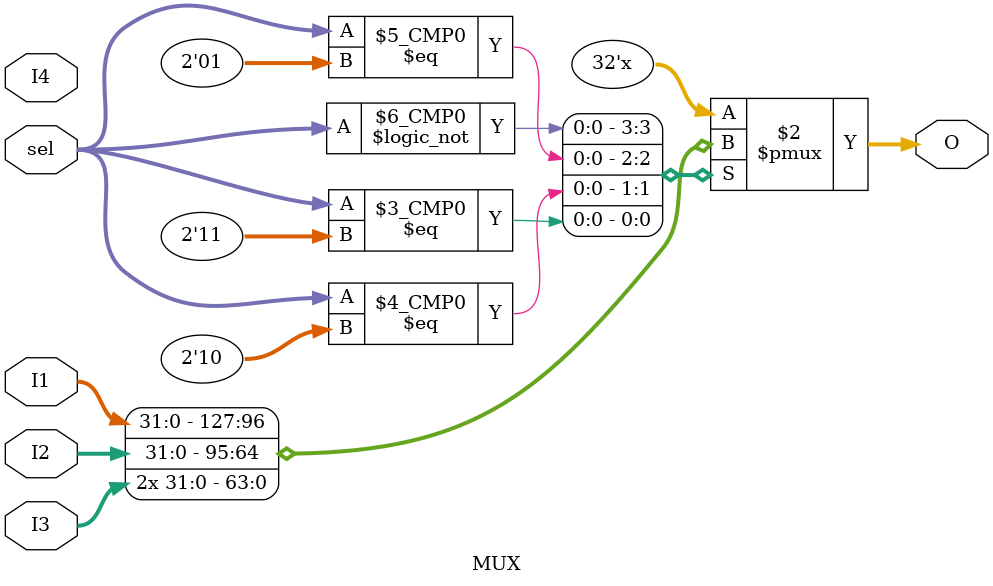
<source format=v>
module MUX #(parameter busSize=32)
  (input [busSize-1:0] I1, I2, I3, I4,
   input [1:0] sel,
   output reg [busSize-1:0] O);
   
   always@(*)
   case(sel)
	2'b00 : O<=I1;
	2'b01 : O<=I2;
	2'b10 : O<=I3;
	2'b11 : O<=I3;
	default : O<=I1;
	endcase
	
 endmodule

</source>
